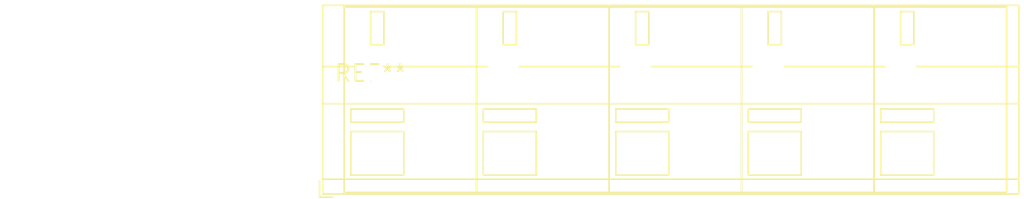
<source format=kicad_pcb>
(kicad_pcb (version 20240108) (generator pcbnew)
  (layers (0 "F.Cu" signal) (31 "B.Cu" signal) (34 "B.Paste" user) (35 "F.Paste" user) (36 "B.SilkS" user "B.Silkscreen") (37 "F.SilkS" user "F.Silkscreen") (38 "B.Mask" user) (39 "F.Mask" user) (44 "Edge.Cuts" user))
  (net 0 "")
  (footprint "TerminalBlock_WAGO_236-305_1x05_P10.00mm_45Degree" (layer "F.Cu") (at 0 0)
    (property "Reference" "REF**")
    (property "Value" "TerminalBlock_WAGO_236-305_1x05_P10.00mm_45Degree")
    (fp_line (start -3.86 8.12) (end -3.86 9.36) (layer "F.SilkS") (stroke (width 0.12)))
    (fp_line (start -3.86 9.36) (end -2.86 9.36) (layer "F.SilkS") (stroke (width 0.12)))
    (fp_line (start -3.62 -5.12) (end -3.62 9.12) (layer "F.SilkS") (stroke (width 0.12)))
    (fp_line (start -3.62 -5.12) (end 48.92 -5.12) (layer "F.SilkS") (stroke (width 0.12)))
    (fp_line (start -3.62 -0.5) (end -1.23 -0.5) (layer "F.SilkS") (stroke (width 0.12)))
    (fp_line (start -3.62 2.3) (end 48.92 2.3) (layer "F.SilkS") (stroke (width 0.12)))
    (fp_line (start -3.62 8) (end 48.92 8) (layer "F.SilkS") (stroke (width 0.12)))
    (fp_line (start -3.62 9.12) (end 48.92 9.12) (layer "F.SilkS") (stroke (width 0.12)))
    (fp_line (start -2 -5) (end -2 9) (layer "F.SilkS") (stroke (width 0.12)))
    (fp_line (start -2 -5) (end 8 -5) (layer "F.SilkS") (stroke (width 0.12)))
    (fp_line (start -2 9) (end 8 9) (layer "F.SilkS") (stroke (width 0.12)))
    (fp_line (start -1.5 2.7) (end -1.5 3.7) (layer "F.SilkS") (stroke (width 0.12)))
    (fp_line (start -1.5 2.7) (end 2.5 2.7) (layer "F.SilkS") (stroke (width 0.12)))
    (fp_line (start -1.5 3.7) (end 2.5 3.7) (layer "F.SilkS") (stroke (width 0.12)))
    (fp_line (start -1.5 4.4) (end -1.5 7.7) (layer "F.SilkS") (stroke (width 0.12)))
    (fp_line (start -1.5 4.4) (end 2.5 4.4) (layer "F.SilkS") (stroke (width 0.12)))
    (fp_line (start -1.5 7.7) (end 2.5 7.7) (layer "F.SilkS") (stroke (width 0.12)))
    (fp_line (start 0 -4.65) (end 0 -2.151) (layer "F.SilkS") (stroke (width 0.12)))
    (fp_line (start 0 -4.65) (end 1 -4.65) (layer "F.SilkS") (stroke (width 0.12)))
    (fp_line (start 0 -2.151) (end 1 -2.151) (layer "F.SilkS") (stroke (width 0.12)))
    (fp_line (start 1 -4.65) (end 1 -2.151) (layer "F.SilkS") (stroke (width 0.12)))
    (fp_line (start 1.23 -0.5) (end 8.77 -0.5) (layer "F.SilkS") (stroke (width 0.12)))
    (fp_line (start 2.5 2.7) (end 2.5 3.7) (layer "F.SilkS") (stroke (width 0.12)))
    (fp_line (start 2.5 4.4) (end 2.5 7.7) (layer "F.SilkS") (stroke (width 0.12)))
    (fp_line (start 8 -5) (end 8 9) (layer "F.SilkS") (stroke (width 0.12)))
    (fp_line (start 8 -5) (end 8 9) (layer "F.SilkS") (stroke (width 0.12)))
    (fp_line (start 8 -5) (end 18 -5) (layer "F.SilkS") (stroke (width 0.12)))
    (fp_line (start 8 9) (end 18 9) (layer "F.SilkS") (stroke (width 0.12)))
    (fp_line (start 8.5 2.7) (end 8.5 3.7) (layer "F.SilkS") (stroke (width 0.12)))
    (fp_line (start 8.5 2.7) (end 12.5 2.7) (layer "F.SilkS") (stroke (width 0.12)))
    (fp_line (start 8.5 3.7) (end 12.5 3.7) (layer "F.SilkS") (stroke (width 0.12)))
    (fp_line (start 8.5 4.4) (end 8.5 7.7) (layer "F.SilkS") (stroke (width 0.12)))
    (fp_line (start 8.5 4.4) (end 12.5 4.4) (layer "F.SilkS") (stroke (width 0.12)))
    (fp_line (start 8.5 7.7) (end 12.5 7.7) (layer "F.SilkS") (stroke (width 0.12)))
    (fp_line (start 10 -4.65) (end 10 -2.151) (layer "F.SilkS") (stroke (width 0.12)))
    (fp_line (start 10 -4.65) (end 11 -4.65) (layer "F.SilkS") (stroke (width 0.12)))
    (fp_line (start 10 -2.151) (end 11 -2.151) (layer "F.SilkS") (stroke (width 0.12)))
    (fp_line (start 11 -4.65) (end 11 -2.151) (layer "F.SilkS") (stroke (width 0.12)))
    (fp_line (start 11.23 -0.5) (end 18.77 -0.5) (layer "F.SilkS") (stroke (width 0.12)))
    (fp_line (start 12.5 2.7) (end 12.5 3.7) (layer "F.SilkS") (stroke (width 0.12)))
    (fp_line (start 12.5 4.4) (end 12.5 7.7) (layer "F.SilkS") (stroke (width 0.12)))
    (fp_line (start 18 -5) (end 18 9) (layer "F.SilkS") (stroke (width 0.12)))
    (fp_line (start 18 -5) (end 18 9) (layer "F.SilkS") (stroke (width 0.12)))
    (fp_line (start 18 -5) (end 28 -5) (layer "F.SilkS") (stroke (width 0.12)))
    (fp_line (start 18 9) (end 28 9) (layer "F.SilkS") (stroke (width 0.12)))
    (fp_line (start 18.5 2.7) (end 18.5 3.7) (layer "F.SilkS") (stroke (width 0.12)))
    (fp_line (start 18.5 2.7) (end 22.5 2.7) (layer "F.SilkS") (stroke (width 0.12)))
    (fp_line (start 18.5 3.7) (end 22.5 3.7) (layer "F.SilkS") (stroke (width 0.12)))
    (fp_line (start 18.5 4.4) (end 18.5 7.7) (layer "F.SilkS") (stroke (width 0.12)))
    (fp_line (start 18.5 4.4) (end 22.5 4.4) (layer "F.SilkS") (stroke (width 0.12)))
    (fp_line (start 18.5 7.7) (end 22.5 7.7) (layer "F.SilkS") (stroke (width 0.12)))
    (fp_line (start 20 -4.65) (end 20 -2.151) (layer "F.SilkS") (stroke (width 0.12)))
    (fp_line (start 20 -4.65) (end 21 -4.65) (layer "F.SilkS") (stroke (width 0.12)))
    (fp_line (start 20 -2.151) (end 21 -2.151) (layer "F.SilkS") (stroke (width 0.12)))
    (fp_line (start 21 -4.65) (end 21 -2.151) (layer "F.SilkS") (stroke (width 0.12)))
    (fp_line (start 21.23 -0.5) (end 28.77 -0.5) (layer "F.SilkS") (stroke (width 0.12)))
    (fp_line (start 22.5 2.7) (end 22.5 3.7) (layer "F.SilkS") (stroke (width 0.12)))
    (fp_line (start 22.5 4.4) (end 22.5 7.7) (layer "F.SilkS") (stroke (width 0.12)))
    (fp_line (start 28 -5) (end 28 9) (layer "F.SilkS") (stroke (width 0.12)))
    (fp_line (start 28 -5) (end 28 9) (layer "F.SilkS") (stroke (width 0.12)))
    (fp_line (start 28 -5) (end 38 -5) (layer "F.SilkS") (stroke (width 0.12)))
    (fp_line (start 28 9) (end 38 9) (layer "F.SilkS") (stroke (width 0.12)))
    (fp_line (start 28.5 2.7) (end 28.5 3.7) (layer "F.SilkS") (stroke (width 0.12)))
    (fp_line (start 28.5 2.7) (end 32.5 2.7) (layer "F.SilkS") (stroke (width 0.12)))
    (fp_line (start 28.5 3.7) (end 32.5 3.7) (layer "F.SilkS") (stroke (width 0.12)))
    (fp_line (start 28.5 4.4) (end 28.5 7.7) (layer "F.SilkS") (stroke (width 0.12)))
    (fp_line (start 28.5 4.4) (end 32.5 4.4) (layer "F.SilkS") (stroke (width 0.12)))
    (fp_line (start 28.5 7.7) (end 32.5 7.7) (layer "F.SilkS") (stroke (width 0.12)))
    (fp_line (start 30 -4.65) (end 30 -2.151) (layer "F.SilkS") (stroke (width 0.12)))
    (fp_line (start 30 -4.65) (end 31 -4.65) (layer "F.SilkS") (stroke (width 0.12)))
    (fp_line (start 30 -2.151) (end 31 -2.151) (layer "F.SilkS") (stroke (width 0.12)))
    (fp_line (start 31 -4.65) (end 31 -2.151) (layer "F.SilkS") (stroke (width 0.12)))
    (fp_line (start 31.23 -0.5) (end 38.77 -0.5) (layer "F.SilkS") (stroke (width 0.12)))
    (fp_line (start 32.5 2.7) (end 32.5 3.7) (layer "F.SilkS") (stroke (width 0.12)))
    (fp_line (start 32.5 4.4) (end 32.5 7.7) (layer "F.SilkS") (stroke (width 0.12)))
    (fp_line (start 38 -5) (end 38 9) (layer "F.SilkS") (stroke (width 0.12)))
    (fp_line (start 38 -5) (end 38 9) (layer "F.SilkS") (stroke (width 0.12)))
    (fp_line (start 38 -5) (end 48 -5) (layer "F.SilkS") (stroke (width 0.12)))
    (fp_line (start 38 9) (end 48 9) (layer "F.SilkS") (stroke (width 0.12)))
    (fp_line (start 38.5 2.7) (end 38.5 3.7) (layer "F.SilkS") (stroke (width 0.12)))
    (fp_line (start 38.5 2.7) (end 42.5 2.7) (layer "F.SilkS") (stroke (width 0.12)))
    (fp_line (start 38.5 3.7) (end 42.5 3.7) (layer "F.SilkS") (stroke (width 0.12)))
    (fp_line (start 38.5 4.4) (end 38.5 7.7) (layer "F.SilkS") (stroke (width 0.12)))
    (fp_line (start 38.5 4.4) (end 42.5 4.4) (layer "F.SilkS") (stroke (width 0.12)))
    (fp_line (start 38.5 7.7) (end 42.5 7.7) (layer "F.SilkS") (stroke (width 0.12)))
    (fp_line (start 40 -4.65) (end 40 -2.151) (layer "F.SilkS") (stroke (width 0.12)))
    (fp_line (start 40 -4.65) (end 41 -4.65) (layer "F.SilkS") (stroke (width 0.12)))
    (fp_line (start 40 -2.151) (end 41 -2.151) (layer "F.SilkS") (stroke (width 0.12)))
    (fp_line (start 41 -4.65) (end 41 -2.151) (layer "F.SilkS") (stroke (width 0.12)))
    (fp_line (start 41.23 -0.5) (end 48.92 -0.5) (layer "F.SilkS") (stroke (width 0.12)))
    (fp_line (start 42.5 2.7) (end 42.5 3.7) (layer "F.SilkS") (stroke (width 0.12)))
    (fp_line (start 42.5 4.4) (end 42.5 7.7) (layer "F.SilkS") (stroke (width 0.12)))
    (fp_line (start 48 -5) (end 48 9) (layer "F.SilkS") (stroke (width 0.12)))
    (fp_line (start 48.92 -5.12) (end 48.92 9.12) (layer "F.SilkS") (stroke (width 0.12)))
    (pad "1" thru_hole rect (at 0 0) (size 1.5 3) (drill 1.15) (layers *.Cu *.Mask) (remove_unused_layers))
    (pad "2" thru_hole oval (at 10 0) (size 1.5 3) (drill 1.15) (layers *.Cu *.Mask) (remove_unused_layers))
    (pad "3" thru_hole oval (at 20 0) (size 1.5 3) (drill 1.15) (layers *.Cu *.Mask) (remove_unused_layers))
    (pad "4" thru_hole oval (at 30 0) (size 1.5 3) (drill 1.15) (layers *.Cu *.Mask) (remove_unused_layers))
    (pad "5" thru_hole oval (at 40 0) (size 1.5 3) (drill 1.15) (layers *.Cu *.Mask) (remove_unused_layers))
  )
)
</source>
